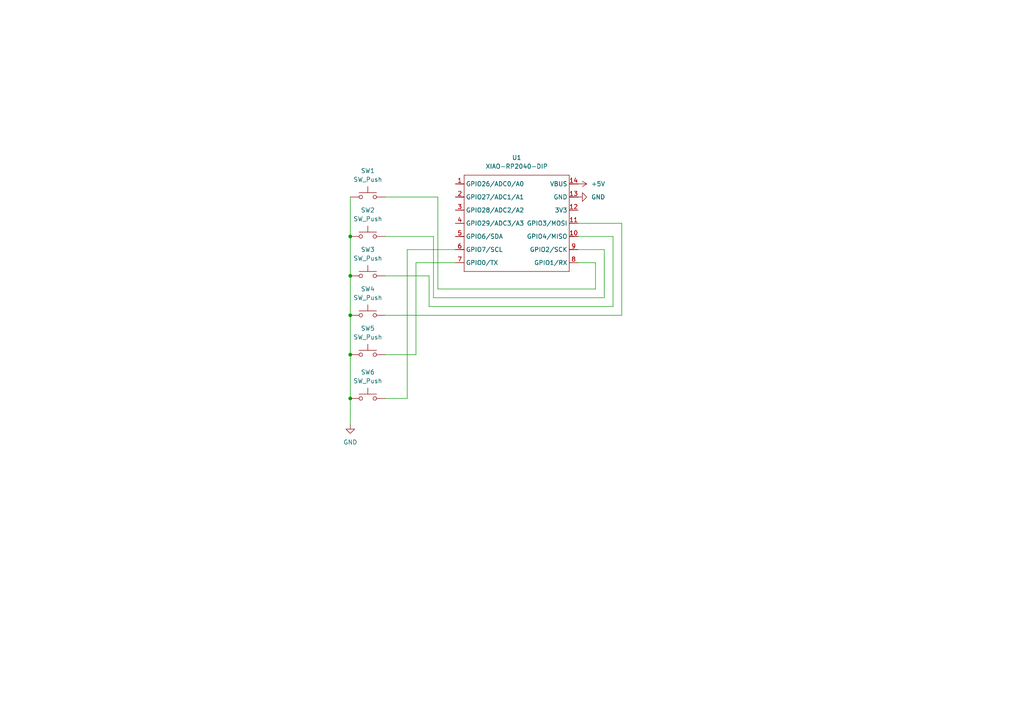
<source format=kicad_sch>
(kicad_sch (version 20250114) (generator "eeschema") (generator_version "9.0")
  (paper "A4")
  (lib_symbols
    (symbol "OPL Library:XIAO-RP2040-DIP"
      (property "Reference" "U" (at 0 0 0))
      (property "Value" "XIAO-RP2040-DIP" (at 5.334 -1.778 0))
      (symbol "XIAO-RP2040-DIP_1_0"
        (polyline (pts (xy -1.27 -2.54) (xy 29.21 -2.54)) (stroke (width 0.1524)))
        (polyline (pts (xy -1.27 -5.08) (xy -2.54 -5.08)) (stroke (width 0.1524)))
        (polyline (pts (xy -1.27 -5.08) (xy -1.27 -2.54)) (stroke (width 0.1524)))
        (polyline (pts (xy -1.27 -8.89) (xy -2.54 -8.89)) (stroke (width 0.1524)))
        (polyline (pts (xy -1.27 -8.89) (xy -1.27 -5.08)) (stroke (width 0.1524)))
        (polyline (pts (xy -1.27 -12.7) (xy -2.54 -12.7)) (stroke (width 0.1524)))
        (polyline (pts (xy -1.27 -12.7) (xy -1.27 -8.89)) (stroke (width 0.1524)))
        (polyline (pts (xy -1.27 -16.51) (xy -2.54 -16.51)) (stroke (width 0.1524)))
        (polyline (pts (xy -1.27 -16.51) (xy -1.27 -12.7)) (stroke (width 0.1524)))
        (polyline (pts (xy -1.27 -20.32) (xy -2.54 -20.32)) (stroke (width 0.1524)))
        (polyline (pts (xy -1.27 -24.13) (xy -2.54 -24.13)) (stroke (width 0.1524)))
        (polyline (pts (xy -1.27 -27.94) (xy -2.54 -27.94)) (stroke (width 0.1524)))
        (polyline (pts (xy -1.27 -30.48) (xy -1.27 -16.51)) (stroke (width 0.1524)))
        (polyline (pts (xy 29.21 -2.54) (xy 29.21 -5.08)) (stroke (width 0.1524)))
        (polyline (pts (xy 29.21 -5.08) (xy 29.21 -8.89)) (stroke (width 0.1524)))
        (polyline (pts (xy 29.21 -8.89) (xy 29.21 -12.7)) (stroke (width 0.1524)))
        (polyline (pts (xy 29.21 -12.7) (xy 29.21 -30.48)) (stroke (width 0.1524)))
        (polyline (pts (xy 29.21 -30.48) (xy -1.27 -30.48)) (stroke (width 0.1524)))
        (polyline (pts (xy 30.48 -5.08) (xy 29.21 -5.08)) (stroke (width 0.1524)))
        (polyline (pts (xy 30.48 -8.89) (xy 29.21 -8.89)) (stroke (width 0.1524)))
        (polyline (pts (xy 30.48 -12.7) (xy 29.21 -12.7)) (stroke (width 0.1524)))
        (polyline (pts (xy 30.48 -16.51) (xy 29.21 -16.51)) (stroke (width 0.1524)))
        (polyline (pts (xy 30.48 -20.32) (xy 29.21 -20.32)) (stroke (width 0.1524)))
        (polyline (pts (xy 30.48 -24.13) (xy 29.21 -24.13)) (stroke (width 0.1524)))
        (polyline (pts (xy 30.48 -27.94) (xy 29.21 -27.94)) (stroke (width 0.1524)))
        (pin passive line (at -3.81 -5.08 0) (length 2.54) (name "GPIO26/ADC0/A0") (number "1"))
        (pin passive line (at -3.81 -8.89 0) (length 2.54) (name "GPIO27/ADC1/A1") (number "2"))
        (pin passive line (at -3.81 -12.7 0) (length 2.54) (name "GPIO28/ADC2/A2") (number "3"))
        (pin passive line (at -3.81 -16.51 0) (length 2.54) (name "GPIO29/ADC3/A3") (number "4"))
        (pin passive line (at -3.81 -20.32 0) (length 2.54) (name "GPIO6/SDA") (number "5"))
        (pin passive line (at -3.81 -24.13 0) (length 2.54) (name "GPIO7/SCL") (number "6"))
        (pin passive line (at -3.81 -27.94 0) (length 2.54) (name "GPIO0/TX") (number "7"))
        (pin passive line (at 31.75 -5.08 180) (length 2.54) (name "VBUS") (number "14"))
        (pin passive line (at 31.75 -8.89 180) (length 2.54) (name "GND") (number "13"))
        (pin passive line (at 31.75 -12.7 180) (length 2.54) (name "3V3") (number "12"))
        (pin passive line (at 31.75 -16.51 180) (length 2.54) (name "GPIO3/MOSI") (number "11"))
        (pin passive line (at 31.75 -20.32 180) (length 2.54) (name "GPIO4/MISO") (number "10"))
        (pin passive line (at 31.75 -24.13 180) (length 2.54) (name "GPIO2/SCK") (number "9"))
        (pin passive line (at 31.75 -27.94 180) (length 2.54) (name "GPIO1/RX") (number "8"))
      )
    )
    (symbol "Switch:SW_Push" (pin_numbers (hide yes)) (pin_names (offset 1.016) (hide yes))
      (property "Reference" "SW" (at 1.27 2.54 0))
      (property "Value" "SW_Push" (at 0 -1.524 0))
      (symbol "SW_Push_0_1"
        (circle (center -2.032 0) (radius 0.508))
        (polyline (pts (xy 0 1.27) (xy 0 3.048)))
        (circle (center 2.032 0) (radius 0.508))
        (polyline (pts (xy 2.54 1.27) (xy -2.54 1.27)))
        (pin passive line (at -5.08 0 0) (length 2.54) (name "1") (number "1"))
        (pin passive line (at 5.08 0 180) (length 2.54) (name "2") (number "2"))
      )
    )
    (symbol "power:+5V" (power) (pin_numbers (hide yes)) (pin_names (offset 0) (hide yes))
      (property "Value" "+5V" (at 0 3.556 0))
      (symbol "+5V_0_1"
        (polyline (pts (xy -0.762 1.27) (xy 0 2.54)))
        (polyline (pts (xy 0 2.54) (xy 0.762 1.27)))
        (polyline (pts (xy 0 0) (xy 0 2.54)))
      )
      (symbol "+5V_1_1"
        (pin power_in line (at 0 0 90) (length 0) (name "~") (number "1"))
      )
    )
    (symbol "power:GND" (power) (pin_numbers (hide yes)) (pin_names (offset 0) (hide yes))
      (property "Value" "GND" (at 0 -3.81 0))
      (symbol "GND_0_1"
        (polyline (pts (xy 0 0) (xy 0 -1.27) (xy 1.27 -1.27) (xy 0 -2.54) (xy -1.27 -1.27) (xy 0 -1.27)))
      )
      (symbol "GND_1_1"
        (pin power_in line (at 0 0 270) (length 0) (name "~") (number "1"))
      )
    )
  )
  (junction (at 101.6 102.87))
  (junction (at 101.6 115.57))
  (junction (at 101.6 68.58))
  (junction (at 101.6 91.44))
  (junction (at 101.6 80.01))
  (wire (pts (xy 118.11 115.57) (xy 118.11 72.39)))
  (wire (pts (xy 101.6 91.44) (xy 101.6 102.87)))
  (wire (pts (xy 175.26 72.39) (xy 167.64 72.39)))
  (wire (pts (xy 125.73 86.36) (xy 175.26 86.36)))
  (wire (pts (xy 172.72 83.82) (xy 172.72 76.2)))
  (wire (pts (xy 101.6 102.87) (xy 101.6 115.57)))
  (wire (pts (xy 127 83.82) (xy 172.72 83.82)))
  (wire (pts (xy 101.6 80.01) (xy 101.6 91.44)))
  (wire (pts (xy 111.76 115.57) (xy 118.11 115.57)))
  (wire (pts (xy 120.65 102.87) (xy 120.65 76.2)))
  (wire (pts (xy 111.76 91.44) (xy 180.34 91.44)))
  (wire (pts (xy 127 83.82) (xy 127 57.15)))
  (wire (pts (xy 111.76 102.87) (xy 120.65 102.87)))
  (wire (pts (xy 125.73 68.58) (xy 125.73 86.36)))
  (wire (pts (xy 180.34 91.44) (xy 180.34 64.77)))
  (wire (pts (xy 101.6 115.57) (xy 101.6 123.19)))
  (wire (pts (xy 111.76 80.01) (xy 124.46 80.01)))
  (wire (pts (xy 175.26 86.36) (xy 175.26 72.39)))
  (wire (pts (xy 180.34 64.77) (xy 167.64 64.77)))
  (wire (pts (xy 124.46 88.9) (xy 177.8 88.9)))
  (wire (pts (xy 111.76 68.58) (xy 125.73 68.58)))
  (wire (pts (xy 120.65 76.2) (xy 132.08 76.2)))
  (wire (pts (xy 127 57.15) (xy 111.76 57.15)))
  (wire (pts (xy 118.11 72.39) (xy 132.08 72.39)))
  (wire (pts (xy 124.46 80.01) (xy 124.46 88.9)))
  (wire (pts (xy 177.8 88.9) (xy 177.8 68.58)))
  (wire (pts (xy 172.72 76.2) (xy 167.64 76.2)))
  (wire (pts (xy 177.8 68.58) (xy 167.64 68.58)))
  (wire (pts (xy 101.6 68.58) (xy 101.6 80.01)))
  (wire (pts (xy 101.6 57.15) (xy 101.6 68.58)))
  (symbol (lib_id "Switch:SW_Push") (at 106.68 115.57 0) (unit 1)
    (property "Reference" "SW6" (at 106.68 107.95 0))
    (property "Value" "SW_Push" (at 106.68 110.49 0))
    (property "Footprint" "Button_Switch_Keyboard:SW_Cherry_MX_1.00u_PCB" (effects (hide yes)))
    (property "Description" "Push button switch, generic, two pins" (effects (hide yes)))
  )
  (symbol (lib_id "Switch:SW_Push") (at 106.68 80.01 0) (unit 1)
    (property "Reference" "SW3" (at 106.68 72.39 0))
    (property "Value" "SW_Push" (at 106.68 74.93 0))
    (property "Footprint" "Button_Switch_Keyboard:SW_Cherry_MX_1.00u_PCB" (effects (hide yes)))
    (property "Description" "Push button switch, generic, two pins" (effects (hide yes)))
  )
  (symbol (lib_id "power:GND") (at 167.64 57.15 90) (unit 1)
    (property "Reference" "#PWR04" (effects (hide yes)))
    (property "Value" "GND" (at 171.45 57.1499 90) (effects (justify right)))
    (property "Description" "Power symbol creates a global label with name \"GND\" , ground" (effects (hide yes)))
  )
  (symbol (lib_id "Switch:SW_Push") (at 106.68 57.15 0) (unit 1)
    (property "Reference" "SW1" (at 106.68 49.53 0))
    (property "Value" "SW_Push" (at 106.68 52.07 0))
    (property "Footprint" "Button_Switch_Keyboard:SW_Cherry_MX_1.00u_PCB" (effects (hide yes)))
    (property "Description" "Push button switch, generic, two pins" (effects (hide yes)))
  )
  (symbol (lib_id "power:GND") (at 101.6 123.19 0) (unit 1)
    (property "Reference" "#PWR05" (effects (hide yes)))
    (property "Value" "GND" (at 101.6 128.27 0))
    (property "Description" "Power symbol creates a global label with name \"GND\" , ground" (effects (hide yes)))
  )
  (symbol (lib_id "Switch:SW_Push") (at 106.68 102.87 0) (unit 1)
    (property "Reference" "SW5" (at 106.68 95.25 0))
    (property "Value" "SW_Push" (at 106.68 97.79 0))
    (property "Footprint" "Button_Switch_Keyboard:SW_Cherry_MX_1.00u_PCB" (effects (hide yes)))
    (property "Description" "Push button switch, generic, two pins" (effects (hide yes)))
  )
  (symbol (lib_id "Switch:SW_Push") (at 106.68 91.44 0) (unit 1)
    (property "Reference" "SW4" (at 106.68 83.82 0))
    (property "Value" "SW_Push" (at 106.68 86.36 0))
    (property "Footprint" "Button_Switch_Keyboard:SW_Cherry_MX_1.00u_PCB" (effects (hide yes)))
    (property "Description" "Push button switch, generic, two pins" (effects (hide yes)))
  )
  (symbol (lib_id "OPL Library:XIAO-RP2040-DIP") (at 135.89 48.26 0) (unit 1)
    (property "Reference" "U1" (at 149.86 45.72 0))
    (property "Value" "XIAO-RP2040-DIP" (at 149.86 48.26 0))
    (property "Footprint" "OPL Library:XIAO-RP2040-DIP" (effects (hide yes)))
  )
  (symbol (lib_id "Switch:SW_Push") (at 106.68 68.58 0) (unit 1)
    (property "Reference" "SW2" (at 106.68 60.96 0))
    (property "Value" "SW_Push" (at 106.68 63.5 0))
    (property "Footprint" "Button_Switch_Keyboard:SW_Cherry_MX_1.00u_PCB" (effects (hide yes)))
    (property "Description" "Push button switch, generic, two pins" (effects (hide yes)))
  )
  (symbol (lib_id "power:+5V") (at 167.64 53.34 270) (unit 1)
    (property "Reference" "#PWR03" (effects (hide yes)))
    (property "Value" "+5V" (at 171.45 53.3399 90) (effects (justify left)))
    (property "Description" "Power symbol creates a global label with name \"+5V\"" (effects (hide yes)))
  )
)
</source>
